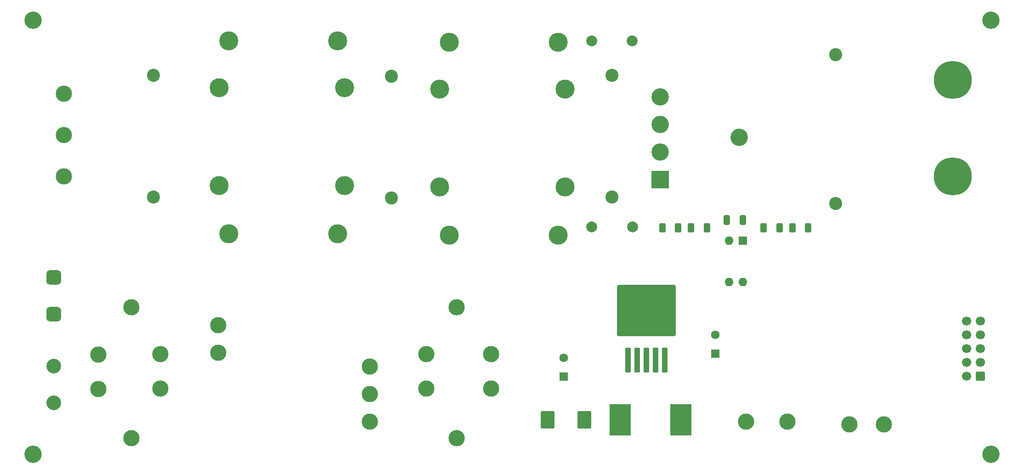
<source format=gts>
G04 #@! TF.GenerationSoftware,KiCad,Pcbnew,7.0.2*
G04 #@! TF.CreationDate,2023-07-17T11:55:21+02:00*
G04 #@! TF.ProjectId,Module_3,4d6f6475-6c65-45f3-932e-6b696361645f,rev?*
G04 #@! TF.SameCoordinates,Original*
G04 #@! TF.FileFunction,Soldermask,Top*
G04 #@! TF.FilePolarity,Negative*
%FSLAX46Y46*%
G04 Gerber Fmt 4.6, Leading zero omitted, Abs format (unit mm)*
G04 Created by KiCad (PCBNEW 7.0.2) date 2023-07-17 11:55:21*
%MOMM*%
%LPD*%
G01*
G04 APERTURE LIST*
G04 Aperture macros list*
%AMRoundRect*
0 Rectangle with rounded corners*
0 $1 Rounding radius*
0 $2 $3 $4 $5 $6 $7 $8 $9 X,Y pos of 4 corners*
0 Add a 4 corners polygon primitive as box body*
4,1,4,$2,$3,$4,$5,$6,$7,$8,$9,$2,$3,0*
0 Add four circle primitives for the rounded corners*
1,1,$1+$1,$2,$3*
1,1,$1+$1,$4,$5*
1,1,$1+$1,$6,$7*
1,1,$1+$1,$8,$9*
0 Add four rect primitives between the rounded corners*
20,1,$1+$1,$2,$3,$4,$5,0*
20,1,$1+$1,$4,$5,$6,$7,0*
20,1,$1+$1,$6,$7,$8,$9,0*
20,1,$1+$1,$8,$9,$2,$3,0*%
G04 Aperture macros list end*
%ADD10C,3.200000*%
%ADD11R,1.600000X1.600000*%
%ADD12C,1.600000*%
%ADD13C,2.400000*%
%ADD14C,3.000000*%
%ADD15C,2.000000*%
%ADD16O,1.600000X1.600000*%
%ADD17RoundRect,0.250000X0.312500X0.625000X-0.312500X0.625000X-0.312500X-0.625000X0.312500X-0.625000X0*%
%ADD18RoundRect,0.675000X-0.675000X0.675000X-0.675000X-0.675000X0.675000X-0.675000X0.675000X0.675000X0*%
%ADD19C,2.700000*%
%ADD20C,7.000000*%
%ADD21RoundRect,0.250000X0.300000X-2.050000X0.300000X2.050000X-0.300000X2.050000X-0.300000X-2.050000X0*%
%ADD22RoundRect,0.250002X5.149998X-4.449998X5.149998X4.449998X-5.149998X4.449998X-5.149998X-4.449998X0*%
%ADD23C,3.500000*%
%ADD24RoundRect,0.250000X-0.312500X-0.625000X0.312500X-0.625000X0.312500X0.625000X-0.312500X0.625000X0*%
%ADD25RoundRect,0.250000X0.325000X0.650000X-0.325000X0.650000X-0.325000X-0.650000X0.325000X-0.650000X0*%
%ADD26RoundRect,0.250000X-1.000000X1.400000X-1.000000X-1.400000X1.000000X-1.400000X1.000000X1.400000X0*%
%ADD27RoundRect,0.250000X0.600000X0.600000X-0.600000X0.600000X-0.600000X-0.600000X0.600000X-0.600000X0*%
%ADD28C,1.700000*%
%ADD29R,4.000000X5.800000*%
%ADD30R,3.200000X3.200000*%
G04 APERTURE END LIST*
D10*
X52705000Y-51208000D03*
D11*
X150495000Y-116938000D03*
D12*
X150495000Y-113438000D03*
D13*
X74930000Y-83868000D03*
X74930000Y-61368000D03*
D14*
X203200000Y-125730000D03*
D15*
X155635000Y-55018000D03*
X163135000Y-55018000D03*
D11*
X183520000Y-91858000D03*
D16*
X180980000Y-91858000D03*
X180980000Y-99478000D03*
X183520000Y-99478000D03*
D14*
X209550000Y-125730000D03*
D13*
X200660000Y-57558000D03*
X200660000Y-85058000D03*
D17*
X190250000Y-89535000D03*
X187325000Y-89535000D03*
D18*
X56515000Y-98650000D03*
X56515000Y-105410000D03*
D19*
X56515000Y-115000000D03*
X56515000Y-121760000D03*
D20*
X222250000Y-80010000D03*
D10*
X182880000Y-72798000D03*
D21*
X162335000Y-113925000D03*
X164035000Y-113925000D03*
X165735000Y-113925000D03*
D22*
X165735000Y-104775000D03*
D21*
X167435000Y-113925000D03*
X169135000Y-113925000D03*
D20*
X222250000Y-62230000D03*
D10*
X52705000Y-131218000D03*
D14*
X58420000Y-64770000D03*
X58420000Y-72390000D03*
X58420000Y-80010000D03*
D23*
X129413000Y-90832000D03*
X127635000Y-81942000D03*
X127635000Y-63908000D03*
X129413000Y-55272000D03*
X150749000Y-63908000D03*
X149479000Y-55272000D03*
X149479000Y-90832000D03*
X150749000Y-81942000D03*
D13*
X118745000Y-84048000D03*
X118745000Y-61548000D03*
D24*
X168660000Y-89535000D03*
X171585000Y-89535000D03*
D10*
X229235000Y-131218000D03*
D15*
X163195000Y-89308000D03*
X155695000Y-89308000D03*
D17*
X195580000Y-89535000D03*
X192655000Y-89535000D03*
D11*
X178435000Y-112720000D03*
D12*
X178435000Y-109220000D03*
D14*
X70866000Y-104140000D03*
X70866000Y-128270000D03*
X130810000Y-104140000D03*
X130810000Y-128270000D03*
X64770000Y-112903000D03*
X76200000Y-112776000D03*
X86868000Y-107442000D03*
X64770000Y-119253000D03*
X76200000Y-119126000D03*
X86868000Y-112522000D03*
X114808000Y-115062000D03*
X125222000Y-112776000D03*
X137160000Y-112776000D03*
X114808000Y-125222000D03*
X125222000Y-119126000D03*
X137160000Y-119126000D03*
X114808000Y-120142000D03*
D24*
X173990000Y-89535000D03*
X176915000Y-89535000D03*
D23*
X88773000Y-90578000D03*
X86995000Y-81688000D03*
X86995000Y-63654000D03*
X88773000Y-55018000D03*
X110109000Y-63654000D03*
X108839000Y-55018000D03*
X108839000Y-90578000D03*
X110109000Y-81688000D03*
D25*
X183515000Y-88038000D03*
X180565000Y-88038000D03*
D26*
X154305000Y-124868000D03*
X147505000Y-124868000D03*
D10*
X229235000Y-51208000D03*
D13*
X159385000Y-83868000D03*
X159385000Y-61368000D03*
D14*
X184150000Y-125222000D03*
X191770000Y-125222000D03*
D27*
X227330000Y-116840000D03*
D28*
X224790000Y-116840000D03*
X227330000Y-114300000D03*
X224790000Y-114300000D03*
X227330000Y-111760000D03*
X224790000Y-111760000D03*
X227330000Y-109220000D03*
X224790000Y-109220000D03*
X227330000Y-106680000D03*
X224790000Y-106680000D03*
D29*
X160909000Y-124868000D03*
X172085000Y-124868000D03*
D30*
X168275000Y-80645000D03*
D10*
X168275000Y-75565000D03*
X168275000Y-70485000D03*
X168275000Y-65405000D03*
M02*

</source>
